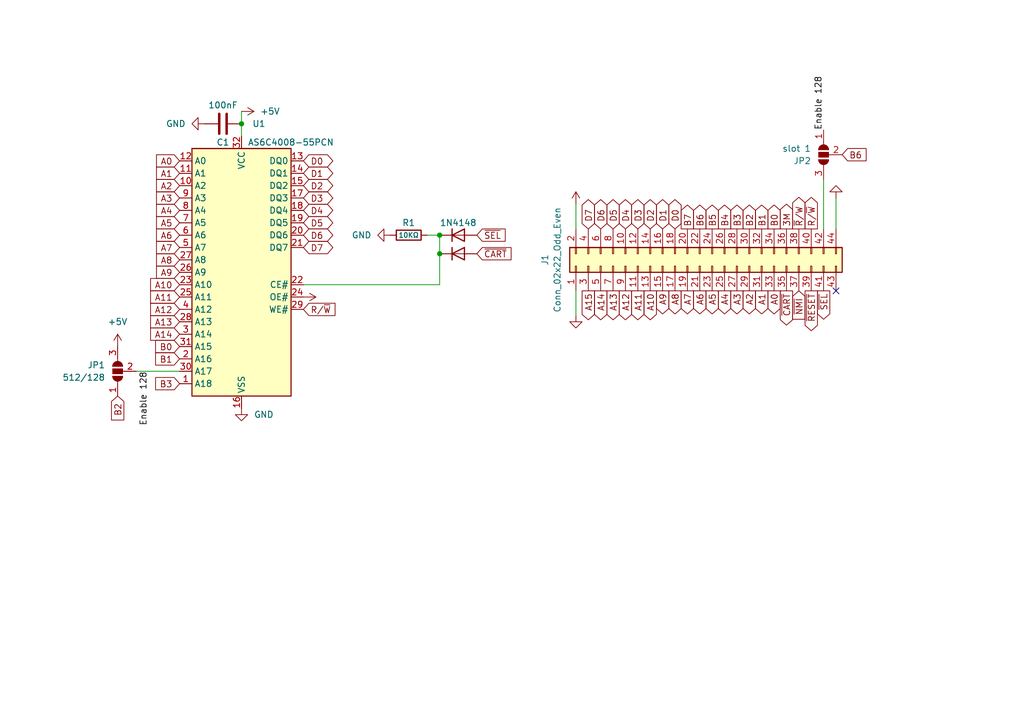
<source format=kicad_sch>
(kicad_sch (version 20230121) (generator eeschema)
  (paper "A5")
  (lib_symbols
    (symbol "Connector_Generic:Conn_02x22_Odd_Even" (pin_names (offset 1.016) hide)
      (property "Reference" "J" (at 1.27 27.94 0))
      (property "Value" "Conn_02x22_Odd_Even" (at 1.27 -30.48 0))
      (symbol "Conn_02x22_Odd_Even_1_1"
        (rectangle (start -1.27 -27.813) (end 0 -28.067) (stroke (width 0.1524)))
        (rectangle (start -1.27 -25.273) (end 0 -25.527) (stroke (width 0.1524)))
        (rectangle (start -1.27 -22.733) (end 0 -22.987) (stroke (width 0.1524)))
        (rectangle (start -1.27 -20.193) (end 0 -20.447) (stroke (width 0.1524)))
        (rectangle (start -1.27 -17.653) (end 0 -17.907) (stroke (width 0.1524)))
        (rectangle (start -1.27 -15.113) (end 0 -15.367) (stroke (width 0.1524)))
        (rectangle (start -1.27 -12.573) (end 0 -12.827) (stroke (width 0.1524)))
        (rectangle (start -1.27 -10.033) (end 0 -10.287) (stroke (width 0.1524)))
        (rectangle (start -1.27 -7.493) (end 0 -7.747) (stroke (width 0.1524)))
        (rectangle (start -1.27 -4.953) (end 0 -5.207) (stroke (width 0.1524)))
        (rectangle (start -1.27 -2.413) (end 0 -2.667) (stroke (width 0.1524)))
        (rectangle (start -1.27 0.127) (end 0 -0.127) (stroke (width 0.1524)))
        (rectangle (start -1.27 2.667) (end 0 2.413) (stroke (width 0.1524)))
        (rectangle (start -1.27 5.207) (end 0 4.953) (stroke (width 0.1524)))
        (rectangle (start -1.27 7.747) (end 0 7.493) (stroke (width 0.1524)))
        (rectangle (start -1.27 10.287) (end 0 10.033) (stroke (width 0.1524)))
        (rectangle (start -1.27 12.827) (end 0 12.573) (stroke (width 0.1524)))
        (rectangle (start -1.27 15.367) (end 0 15.113) (stroke (width 0.1524)))
        (rectangle (start -1.27 17.907) (end 0 17.653) (stroke (width 0.1524)))
        (rectangle (start -1.27 20.447) (end 0 20.193) (stroke (width 0.1524)))
        (rectangle (start -1.27 22.987) (end 0 22.733) (stroke (width 0.1524)))
        (rectangle (start -1.27 25.527) (end 0 25.273) (stroke (width 0.1524)))
        (rectangle (start -1.27 26.67) (end 3.81 -29.21) (stroke (width 0.254)) (fill (type background)))
        (rectangle (start 3.81 -27.813) (end 2.54 -28.067) (stroke (width 0.1524)))
        (rectangle (start 3.81 -25.273) (end 2.54 -25.527) (stroke (width 0.1524)))
        (rectangle (start 3.81 -22.733) (end 2.54 -22.987) (stroke (width 0.1524)))
        (rectangle (start 3.81 -20.193) (end 2.54 -20.447) (stroke (width 0.1524)))
        (rectangle (start 3.81 -17.653) (end 2.54 -17.907) (stroke (width 0.1524)))
        (rectangle (start 3.81 -15.113) (end 2.54 -15.367) (stroke (width 0.1524)))
        (rectangle (start 3.81 -12.573) (end 2.54 -12.827) (stroke (width 0.1524)))
        (rectangle (start 3.81 -10.033) (end 2.54 -10.287) (stroke (width 0.1524)))
        (rectangle (start 3.81 -7.493) (end 2.54 -7.747) (stroke (width 0.1524)))
        (rectangle (start 3.81 -4.953) (end 2.54 -5.207) (stroke (width 0.1524)))
        (rectangle (start 3.81 -2.413) (end 2.54 -2.667) (stroke (width 0.1524)))
        (rectangle (start 3.81 0.127) (end 2.54 -0.127) (stroke (width 0.1524)))
        (rectangle (start 3.81 2.667) (end 2.54 2.413) (stroke (width 0.1524)))
        (rectangle (start 3.81 5.207) (end 2.54 4.953) (stroke (width 0.1524)))
        (rectangle (start 3.81 7.747) (end 2.54 7.493) (stroke (width 0.1524)))
        (rectangle (start 3.81 10.287) (end 2.54 10.033) (stroke (width 0.1524)))
        (rectangle (start 3.81 12.827) (end 2.54 12.573) (stroke (width 0.1524)))
        (rectangle (start 3.81 15.367) (end 2.54 15.113) (stroke (width 0.1524)))
        (rectangle (start 3.81 17.907) (end 2.54 17.653) (stroke (width 0.1524)))
        (rectangle (start 3.81 20.447) (end 2.54 20.193) (stroke (width 0.1524)))
        (rectangle (start 3.81 22.987) (end 2.54 22.733) (stroke (width 0.1524)))
        (rectangle (start 3.81 25.527) (end 2.54 25.273) (stroke (width 0.1524)))
        (pin passive line (at -5.08 25.4 0) (length 3.81) (name "Pin_1") (number "1"))
        (pin passive line (at 7.62 15.24 180) (length 3.81) (name "Pin_10") (number "10"))
        (pin passive line (at -5.08 12.7 0) (length 3.81) (name "Pin_11") (number "11"))
        (pin passive line (at 7.62 12.7 180) (length 3.81) (name "Pin_12") (number "12"))
        (pin passive line (at -5.08 10.16 0) (length 3.81) (name "Pin_13") (number "13"))
        (pin passive line (at 7.62 10.16 180) (length 3.81) (name "Pin_14") (number "14"))
        (pin passive line (at -5.08 7.62 0) (length 3.81) (name "Pin_15") (number "15"))
        (pin passive line (at 7.62 7.62 180) (length 3.81) (name "Pin_16") (number "16"))
        (pin passive line (at -5.08 5.08 0) (length 3.81) (name "Pin_17") (number "17"))
        (pin passive line (at 7.62 5.08 180) (length 3.81) (name "Pin_18") (number "18"))
        (pin passive line (at -5.08 2.54 0) (length 3.81) (name "Pin_19") (number "19"))
        (pin passive line (at 7.62 25.4 180) (length 3.81) (name "Pin_2") (number "2"))
        (pin passive line (at 7.62 2.54 180) (length 3.81) (name "Pin_20") (number "20"))
        (pin passive line (at -5.08 0 0) (length 3.81) (name "Pin_21") (number "21"))
        (pin passive line (at 7.62 0 180) (length 3.81) (name "Pin_22") (number "22"))
        (pin passive line (at -5.08 -2.54 0) (length 3.81) (name "Pin_23") (number "23"))
        (pin passive line (at 7.62 -2.54 180) (length 3.81) (name "Pin_24") (number "24"))
        (pin passive line (at -5.08 -5.08 0) (length 3.81) (name "Pin_25") (number "25"))
        (pin passive line (at 7.62 -5.08 180) (length 3.81) (name "Pin_26") (number "26"))
        (pin passive line (at -5.08 -7.62 0) (length 3.81) (name "Pin_27") (number "27"))
        (pin passive line (at 7.62 -7.62 180) (length 3.81) (name "Pin_28") (number "28"))
        (pin passive line (at -5.08 -10.16 0) (length 3.81) (name "Pin_29") (number "29"))
        (pin passive line (at -5.08 22.86 0) (length 3.81) (name "Pin_3") (number "3"))
        (pin passive line (at 7.62 -10.16 180) (length 3.81) (name "Pin_30") (number "30"))
        (pin passive line (at -5.08 -12.7 0) (length 3.81) (name "Pin_31") (number "31"))
        (pin passive line (at 7.62 -12.7 180) (length 3.81) (name "Pin_32") (number "32"))
        (pin passive line (at -5.08 -15.24 0) (length 3.81) (name "Pin_33") (number "33"))
        (pin passive line (at 7.62 -15.24 180) (length 3.81) (name "Pin_34") (number "34"))
        (pin passive line (at -5.08 -17.78 0) (length 3.81) (name "Pin_35") (number "35"))
        (pin passive line (at 7.62 -17.78 180) (length 3.81) (name "Pin_36") (number "36"))
        (pin passive line (at -5.08 -20.32 0) (length 3.81) (name "Pin_37") (number "37"))
        (pin passive line (at 7.62 -20.32 180) (length 3.81) (name "Pin_38") (number "38"))
        (pin passive line (at -5.08 -22.86 0) (length 3.81) (name "Pin_39") (number "39"))
        (pin passive line (at 7.62 22.86 180) (length 3.81) (name "Pin_4") (number "4"))
        (pin passive line (at 7.62 -22.86 180) (length 3.81) (name "Pin_40") (number "40"))
        (pin passive line (at -5.08 -25.4 0) (length 3.81) (name "Pin_41") (number "41"))
        (pin passive line (at 7.62 -25.4 180) (length 3.81) (name "Pin_42") (number "42"))
        (pin passive line (at -5.08 -27.94 0) (length 3.81) (name "Pin_43") (number "43"))
        (pin passive line (at 7.62 -27.94 180) (length 3.81) (name "Pin_44") (number "44"))
        (pin passive line (at -5.08 20.32 0) (length 3.81) (name "Pin_5") (number "5"))
        (pin passive line (at 7.62 20.32 180) (length 3.81) (name "Pin_6") (number "6"))
        (pin passive line (at -5.08 17.78 0) (length 3.81) (name "Pin_7") (number "7"))
        (pin passive line (at 7.62 17.78 180) (length 3.81) (name "Pin_8") (number "8"))
        (pin passive line (at -5.08 15.24 0) (length 3.81) (name "Pin_9") (number "9"))
      )
    )
    (symbol "Device:C" (pin_numbers hide) (pin_names (offset 0.254))
      (property "Reference" "C" (at 0.635 2.54 0))
      (property "Value" "C" (at 0.635 -2.54 0))
      (symbol "C_0_1"
        (polyline (pts (xy -2.032 -0.762) (xy 2.032 -0.762)) (stroke (width 0.508)))
        (polyline (pts (xy -2.032 0.762) (xy 2.032 0.762)) (stroke (width 0.508)))
      )
      (symbol "C_1_1"
        (pin passive line (at 0 3.81 270) (length 2.794) (name "~") (number "1"))
        (pin passive line (at 0 -3.81 90) (length 2.794) (name "~") (number "2"))
      )
    )
    (symbol "Device:R" (pin_numbers hide) (pin_names (offset 0))
      (property "Reference" "R" (at 2.032 0 90))
      (property "Value" "R" (at 0 0 90))
      (symbol "R_0_1"
        (rectangle (start -1.016 -2.54) (end 1.016 2.54) (stroke (width 0.254)))
      )
      (symbol "R_1_1"
        (pin passive line (at 0 3.81 270) (length 1.27) (name "~") (number "1"))
        (pin passive line (at 0 -3.81 90) (length 1.27) (name "~") (number "2"))
      )
    )
    (symbol "Diode:1N4148" (pin_numbers hide) (pin_names hide)
      (property "Reference" "D" (at 0 2.54 0))
      (property "Value" "1N4148" (at 0 -2.54 0))
      (symbol "1N4148_0_1"
        (polyline (pts (xy -1.27 1.27) (xy -1.27 -1.27)) (stroke (width 0.254)))
        (polyline (pts (xy 1.27 0) (xy -1.27 0)))
        (polyline (pts (xy 1.27 1.27) (xy 1.27 -1.27) (xy -1.27 0) (xy 1.27 1.27)) (stroke (width 0.254)))
      )
      (symbol "1N4148_1_1"
        (pin passive line (at -3.81 0 0) (length 2.54) (name "K") (number "1"))
        (pin passive line (at 3.81 0 180) (length 2.54) (name "A") (number "2"))
      )
    )
    (symbol "Jumper:SolderJumper_3_Open" (pin_names (offset 0) hide)
      (property "Reference" "JP" (at -2.54 -2.54 0))
      (property "Value" "SolderJumper_3_Open" (at 0 2.794 0))
      (symbol "SolderJumper_3_Open_0_1"
        (arc (start -1.016 1.016) (mid -2.0276 0) (end -1.016 -1.016))
        (arc (start -1.016 1.016) (mid -2.0276 0) (end -1.016 -1.016) (fill (type outline)))
        (rectangle (start -0.508 1.016) (end 0.508 -1.016) (fill (type outline)))
        (polyline (pts (xy -2.54 0) (xy -2.032 0)))
        (polyline (pts (xy -1.016 1.016) (xy -1.016 -1.016)))
        (polyline (pts (xy 0 -1.27) (xy 0 -1.016)))
        (polyline (pts (xy 1.016 1.016) (xy 1.016 -1.016)))
        (polyline (pts (xy 2.54 0) (xy 2.032 0)))
        (arc (start 1.016 -1.016) (mid 2.0276 0) (end 1.016 1.016))
        (arc (start 1.016 -1.016) (mid 2.0276 0) (end 1.016 1.016) (fill (type outline)))
      )
      (symbol "SolderJumper_3_Open_1_1"
        (pin passive line (at -5.08 0 0) (length 2.54) (name "A") (number "1"))
        (pin passive line (at 0 -3.81 90) (length 2.54) (name "C") (number "2"))
        (pin passive line (at 5.08 0 180) (length 2.54) (name "B") (number "3"))
      )
    )
    (symbol "Memory_RAM:AS6C4008-55PCN"
      (property "Reference" "U" (at -10.16 26.035 0))
      (property "Value" "AS6C4008-55PCN" (at 2.54 26.035 0))
      (symbol "AS6C4008-55PCN_0_0"
        (pin power_in line (at 0 -27.94 90) (length 2.54) (name "VSS") (number "16"))
        (pin power_in line (at 0 27.94 270) (length 2.54) (name "VCC") (number "32"))
      )
      (symbol "AS6C4008-55PCN_0_1"
        (rectangle (start -10.16 25.4) (end 10.16 -25.4) (stroke (width 0.254)) (fill (type background)))
      )
      (symbol "AS6C4008-55PCN_1_1"
        (pin input line (at -12.7 -22.86 0) (length 2.54) (name "A18") (number "1"))
        (pin input line (at -12.7 17.78 0) (length 2.54) (name "A2") (number "10"))
        (pin input line (at -12.7 20.32 0) (length 2.54) (name "A1") (number "11"))
        (pin input line (at -12.7 22.86 0) (length 2.54) (name "A0") (number "12"))
        (pin tri_state line (at 12.7 22.86 180) (length 2.54) (name "DQ0") (number "13"))
        (pin tri_state line (at 12.7 20.32 180) (length 2.54) (name "DQ1") (number "14"))
        (pin tri_state line (at 12.7 17.78 180) (length 2.54) (name "DQ2") (number "15"))
        (pin tri_state line (at 12.7 15.24 180) (length 2.54) (name "DQ3") (number "17"))
        (pin tri_state line (at 12.7 12.7 180) (length 2.54) (name "DQ4") (number "18"))
        (pin tri_state line (at 12.7 10.16 180) (length 2.54) (name "DQ5") (number "19"))
        (pin input line (at -12.7 -17.78 0) (length 2.54) (name "A16") (number "2"))
        (pin tri_state line (at 12.7 7.62 180) (length 2.54) (name "DQ6") (number "20"))
        (pin tri_state line (at 12.7 5.08 180) (length 2.54) (name "DQ7") (number "21"))
        (pin input line (at 12.7 -2.54 180) (length 2.54) (name "CE#") (number "22"))
        (pin input line (at -12.7 -2.54 0) (length 2.54) (name "A10") (number "23"))
        (pin input line (at 12.7 -5.08 180) (length 2.54) (name "OE#") (number "24"))
        (pin input line (at -12.7 -5.08 0) (length 2.54) (name "A11") (number "25"))
        (pin input line (at -12.7 0 0) (length 2.54) (name "A9") (number "26"))
        (pin input line (at -12.7 2.54 0) (length 2.54) (name "A8") (number "27"))
        (pin input line (at -12.7 -10.16 0) (length 2.54) (name "A13") (number "28"))
        (pin input line (at 12.7 -7.62 180) (length 2.54) (name "WE#") (number "29"))
        (pin input line (at -12.7 -12.7 0) (length 2.54) (name "A14") (number "3"))
        (pin input line (at -12.7 -20.32 0) (length 2.54) (name "A17") (number "30"))
        (pin input line (at -12.7 -15.24 0) (length 2.54) (name "A15") (number "31"))
        (pin input line (at -12.7 -7.62 0) (length 2.54) (name "A12") (number "4"))
        (pin input line (at -12.7 5.08 0) (length 2.54) (name "A7") (number "5"))
        (pin input line (at -12.7 7.62 0) (length 2.54) (name "A6") (number "6"))
        (pin input line (at -12.7 10.16 0) (length 2.54) (name "A5") (number "7"))
        (pin input line (at -12.7 12.7 0) (length 2.54) (name "A4") (number "8"))
        (pin input line (at -12.7 15.24 0) (length 2.54) (name "A3") (number "9"))
      )
    )
    (symbol "power:+5V" (power) (pin_names (offset 0))
      (property "Value" "+5V" (at 0 3.556 0))
      (symbol "+5V_0_1"
        (polyline (pts (xy -0.762 1.27) (xy 0 2.54)))
        (polyline (pts (xy 0 0) (xy 0 2.54)))
        (polyline (pts (xy 0 2.54) (xy 0.762 1.27)))
      )
      (symbol "+5V_1_1"
        (pin power_in line (at 0 0 90) (length 0) hide (name "+5V") (number "1"))
      )
    )
    (symbol "power:GND" (power) (pin_names (offset 0))
      (property "Value" "GND" (at 0 -3.81 0))
      (symbol "GND_0_1"
        (polyline (pts (xy 0 0) (xy 0 -1.27) (xy 1.27 -1.27) (xy 0 -2.54) (xy -1.27 -1.27) (xy 0 -1.27)))
      )
      (symbol "GND_1_1"
        (pin power_in line (at 0 0 270) (length 0) hide (name "GND") (number "1"))
      )
    )
  )
  (junction (at 90.17 48.26))
  (junction (at 90.17 52.07))
  (junction (at 49.53 25.4))
  (no_connect (at 171.45 59.69))
  (wire (pts (xy 168.91 36.83) (xy 168.91 46.99)))
  (wire (pts (xy 118.11 41.91) (xy 118.11 46.99)))
  (wire (pts (xy 49.53 25.4) (xy 49.53 27.94)))
  (wire (pts (xy 90.17 48.26) (xy 90.17 52.07)))
  (wire (pts (xy 27.94 76.2) (xy 36.83 76.2)))
  (wire (pts (xy 87.63 48.26) (xy 90.17 48.26)))
  (wire (pts (xy 62.23 58.42) (xy 90.17 58.42)))
  (wire (pts (xy 171.45 40.64) (xy 171.45 46.99)))
  (wire (pts (xy 90.17 58.42) (xy 90.17 52.07)))
  (wire (pts (xy 118.11 64.77) (xy 118.11 59.69)))
  (wire (pts (xy 49.53 22.86) (xy 49.53 25.4)))
  (label "Enable 128" (at 168.91 26.67 90))
  (label "Enable 128" (at 30.48 76.2 270))
  (global_label "A3" (shape output) (at 151.13 59.69 270) (property "Intersheetrefs" "${INTERSHEET_REFS}" (effects hide)))
  (global_label "A8" (shape input) (at 36.83 53.34 180) (property "Intersheetrefs" "${INTERSHEET_REFS}" (effects hide)))
  (global_label "D0" (shape bidirectional) (at 62.23 33.02 0) (property "Intersheetrefs" "${INTERSHEET_REFS}" (effects hide)))
  (global_label "A11" (shape output) (at 130.81 59.69 270) (property "Intersheetrefs" "${INTERSHEET_REFS}" (effects hide)))
  (global_label "A6" (shape input) (at 36.83 48.26 180) (property "Intersheetrefs" "${INTERSHEET_REFS}" (effects hide)))
  (global_label "D4" (shape bidirectional) (at 62.23 43.18 0) (property "Intersheetrefs" "${INTERSHEET_REFS}" (effects hide)))
  (global_label "A4" (shape output) (at 148.59 59.69 270) (property "Intersheetrefs" "${INTERSHEET_REFS}" (effects hide)))
  (global_label "D2" (shape bidirectional) (at 62.23 38.1 0) (property "Intersheetrefs" "${INTERSHEET_REFS}" (effects hide)))
  (global_label "D1" (shape bidirectional) (at 62.23 35.56 0) (property "Intersheetrefs" "${INTERSHEET_REFS}" (effects hide)))
  (global_label "D3" (shape bidirectional) (at 130.81 46.99 90) (property "Intersheetrefs" "${INTERSHEET_REFS}" (effects hide)))
  (global_label "R{slash}~{W}" (shape output) (at 166.37 46.99 90) (property "Intersheetrefs" "${INTERSHEET_REFS}" (effects hide)))
  (global_label "D4" (shape bidirectional) (at 128.27 46.99 90) (property "Intersheetrefs" "${INTERSHEET_REFS}" (effects hide)))
  (global_label "A7" (shape input) (at 36.83 50.8 180) (property "Intersheetrefs" "${INTERSHEET_REFS}" (effects hide)))
  (global_label "R{slash}~{W}" (shape input) (at 62.23 63.5 0) (property "Intersheetrefs" "${INTERSHEET_REFS}" (effects hide)))
  (global_label "~{CART}" (shape output) (at 161.29 59.69 270) (property "Intersheetrefs" "${INTERSHEET_REFS}" (effects hide)))
  (global_label "A0" (shape input) (at 36.83 33.02 180) (property "Intersheetrefs" "${INTERSHEET_REFS}" (effects hide)))
  (global_label "A4" (shape input) (at 36.83 43.18 180) (property "Intersheetrefs" "${INTERSHEET_REFS}" (effects hide)))
  (global_label "~{R}{slash}W" (shape output) (at 163.83 46.99 90) (property "Intersheetrefs" "${INTERSHEET_REFS}" (effects hide)))
  (global_label "A13" (shape output) (at 125.73 59.69 270) (property "Intersheetrefs" "${INTERSHEET_REFS}" (effects hide)))
  (global_label "A0" (shape output) (at 158.75 59.69 270) (property "Intersheetrefs" "${INTERSHEET_REFS}" (effects hide)))
  (global_label "~{CART}" (shape input) (at 97.79 52.07 0) (property "Intersheetrefs" "${INTERSHEET_REFS}" (effects hide)))
  (global_label "D7" (shape bidirectional) (at 120.65 46.99 90) (property "Intersheetrefs" "${INTERSHEET_REFS}" (effects hide)))
  (global_label "B4" (shape output) (at 148.59 46.99 90) (property "Intersheetrefs" "${INTERSHEET_REFS}" (effects hide)))
  (global_label "A2" (shape output) (at 153.67 59.69 270) (property "Intersheetrefs" "${INTERSHEET_REFS}" (effects hide)))
  (global_label "~{SEL}" (shape output) (at 168.91 59.69 270) (property "Intersheetrefs" "${INTERSHEET_REFS}" (effects hide)))
  (global_label "B0" (shape input) (at 36.83 71.12 180) (property "Intersheetrefs" "${INTERSHEET_REFS}" (effects hide)))
  (global_label "A5" (shape input) (at 36.83 45.72 180) (property "Intersheetrefs" "${INTERSHEET_REFS}" (effects hide)))
  (global_label "B0" (shape output) (at 158.75 46.99 90) (property "Intersheetrefs" "${INTERSHEET_REFS}" (effects hide)))
  (global_label "A6" (shape output) (at 143.51 59.69 270) (property "Intersheetrefs" "${INTERSHEET_REFS}" (effects hide)))
  (global_label "A1" (shape input) (at 36.83 35.56 180) (property "Intersheetrefs" "${INTERSHEET_REFS}" (effects hide)))
  (global_label "D1" (shape bidirectional) (at 135.89 46.99 90) (property "Intersheetrefs" "${INTERSHEET_REFS}" (effects hide)))
  (global_label "B7" (shape output) (at 140.97 46.99 90) (property "Intersheetrefs" "${INTERSHEET_REFS}" (effects hide)))
  (global_label "D3" (shape bidirectional) (at 62.23 40.64 0) (property "Intersheetrefs" "${INTERSHEET_REFS}" (effects hide)))
  (global_label "B6" (shape input) (at 172.72 31.75 0) (property "Intersheetrefs" "${INTERSHEET_REFS}" (effects hide)))
  (global_label "D7" (shape bidirectional) (at 62.23 50.8 0) (property "Intersheetrefs" "${INTERSHEET_REFS}" (effects hide)))
  (global_label "A12" (shape output) (at 128.27 59.69 270) (property "Intersheetrefs" "${INTERSHEET_REFS}" (effects hide)))
  (global_label "A12" (shape input) (at 36.83 63.5 180) (property "Intersheetrefs" "${INTERSHEET_REFS}" (effects hide)))
  (global_label "B2" (shape output) (at 153.67 46.99 90) (property "Intersheetrefs" "${INTERSHEET_REFS}" (effects hide)))
  (global_label "B1" (shape output) (at 156.21 46.99 90) (property "Intersheetrefs" "${INTERSHEET_REFS}" (effects hide)))
  (global_label "D5" (shape bidirectional) (at 62.23 45.72 0) (property "Intersheetrefs" "${INTERSHEET_REFS}" (effects hide)))
  (global_label "A14" (shape input) (at 36.83 68.58 180) (property "Intersheetrefs" "${INTERSHEET_REFS}" (effects hide)))
  (global_label "A15" (shape output) (at 120.65 59.69 270) (property "Intersheetrefs" "${INTERSHEET_REFS}" (effects hide)))
  (global_label "A7" (shape output) (at 140.97 59.69 270) (property "Intersheetrefs" "${INTERSHEET_REFS}" (effects hide)))
  (global_label "B2" (shape input) (at 24.13 81.28 270) (property "Intersheetrefs" "${INTERSHEET_REFS}" (effects hide)))
  (global_label "D2" (shape bidirectional) (at 133.35 46.99 90) (property "Intersheetrefs" "${INTERSHEET_REFS}" (effects hide)))
  (global_label "A8" (shape output) (at 138.43 59.69 270) (property "Intersheetrefs" "${INTERSHEET_REFS}" (effects hide)))
  (global_label "B6" (shape output) (at 143.51 46.99 90) (property "Intersheetrefs" "${INTERSHEET_REFS}" (effects hide)))
  (global_label "A9" (shape output) (at 135.89 59.69 270) (property "Intersheetrefs" "${INTERSHEET_REFS}" (effects hide)))
  (global_label "A1" (shape output) (at 156.21 59.69 270) (property "Intersheetrefs" "${INTERSHEET_REFS}" (effects hide)))
  (global_label "D5" (shape bidirectional) (at 125.73 46.99 90) (property "Intersheetrefs" "${INTERSHEET_REFS}" (effects hide)))
  (global_label "~{RESET}" (shape output) (at 166.37 59.69 270) (property "Intersheetrefs" "${INTERSHEET_REFS}" (effects hide)))
  (global_label "D6" (shape bidirectional) (at 123.19 46.99 90) (property "Intersheetrefs" "${INTERSHEET_REFS}" (effects hide)))
  (global_label "A9" (shape input) (at 36.83 55.88 180) (property "Intersheetrefs" "${INTERSHEET_REFS}" (effects hide)))
  (global_label "~{NMI}" (shape input) (at 163.83 59.69 270) (property "Intersheetrefs" "${INTERSHEET_REFS}" (effects hide)))
  (global_label "A10" (shape output) (at 133.35 59.69 270) (property "Intersheetrefs" "${INTERSHEET_REFS}" (effects hide)))
  (global_label "B3" (shape input) (at 36.83 78.74 180) (property "Intersheetrefs" "${INTERSHEET_REFS}" (effects hide)))
  (global_label "A14" (shape output) (at 123.19 59.69 270) (property "Intersheetrefs" "${INTERSHEET_REFS}" (effects hide)))
  (global_label "D6" (shape bidirectional) (at 62.23 48.26 0) (property "Intersheetrefs" "${INTERSHEET_REFS}" (effects hide)))
  (global_label "A5" (shape output) (at 146.05 59.69 270) (property "Intersheetrefs" "${INTERSHEET_REFS}" (effects hide)))
  (global_label "B1" (shape input) (at 36.83 73.66 180) (property "Intersheetrefs" "${INTERSHEET_REFS}" (effects hide)))
  (global_label "3M" (shape output) (at 161.29 46.99 90) (property "Intersheetrefs" "${INTERSHEET_REFS}" (effects hide)))
  (global_label "A11" (shape input) (at 36.83 60.96 180) (property "Intersheetrefs" "${INTERSHEET_REFS}" (effects hide)))
  (global_label "A10" (shape input) (at 36.83 58.42 180) (property "Intersheetrefs" "${INTERSHEET_REFS}" (effects hide)))
  (global_label "B3" (shape output) (at 151.13 46.99 90) (property "Intersheetrefs" "${INTERSHEET_REFS}" (effects hide)))
  (global_label "B5" (shape output) (at 146.05 46.99 90) (property "Intersheetrefs" "${INTERSHEET_REFS}" (effects hide)))
  (global_label "D0" (shape bidirectional) (at 138.43 46.99 90) (property "Intersheetrefs" "${INTERSHEET_REFS}" (effects hide)))
  (global_label "A13" (shape input) (at 36.83 66.04 180) (property "Intersheetrefs" "${INTERSHEET_REFS}" (effects hide)))
  (global_label "~{SEL}" (shape input) (at 97.79 48.26 0) (property "Intersheetrefs" "${INTERSHEET_REFS}" (effects hide)))
  (global_label "A3" (shape input) (at 36.83 40.64 180) (property "Intersheetrefs" "${INTERSHEET_REFS}" (effects hide)))
  (global_label "A2" (shape input) (at 36.83 38.1 180) (property "Intersheetrefs" "${INTERSHEET_REFS}" (effects hide)))
  (symbol (lib_id "Connector_Generic:Conn_02x22_Odd_Even") (at 143.51 54.61 90) (unit 1)
    (property "Reference" "J1" (at 111.76 53.34 0))
    (property "Value" "Conn_02x22_Odd_Even" (at 114.3 53.34 0))
    (property "Footprint" "Smal:KITTY_Cart_Edge" (effects hide))
  )
  (symbol (lib_id "Device:C") (at 45.72 25.4 90) (unit 1)
    (property "Reference" "C1" (at 45.72 29.21 90))
    (property "Value" "100nF" (at 45.72 21.59 90))
    (property "Footprint" "Capacitor_THT:C_Disc_D3.0mm_W1.6mm_P2.50mm" (effects hide))
  )
  (symbol (lib_id "Jumper:SolderJumper_3_Open") (at 168.91 31.75 90) (mirror x) (unit 1)
    (property "Reference" "JP2" (at 166.37 33.02 90) (effects (justify left)))
    (property "Value" "slot 1" (at 166.37 30.48 90) (effects (justify left)))
    (property "Footprint" "Jumper:SolderJumper-3_P1.3mm_Open_Pad1.0x1.5mm" (effects hide))
  )
  (symbol (lib_id "power:GND") (at 80.01 48.26 270) (unit 1)
    (property "Reference" "#PWR04" (effects hide))
    (property "Value" "GND" (at 76.2 48.26 90) (effects (justify right)))
  )
  (symbol (lib_id "power:GND") (at 171.45 40.64 180) (unit 1)
    (property "Reference" "#PWR07" (effects hide))
    (property "Value" "GND" (effects hide))
  )
  (symbol (lib_id "Diode:1N4148") (at 93.98 52.07 0) (unit 1)
    (property "Reference" "D2" (effects hide))
    (property "Value" "1N4148" (at 93.98 45.72 0))
    (property "Footprint" "Diode_THT:D_DO-35_SOD27_P7.62mm_Horizontal" (effects hide))
    (property "Datasheet" "https://assets.nexperia.com/documents/data-sheet/1N4148_1N4448.pdf" (effects hide))
    (property "Sim.Device" "D" (effects hide))
    (property "Sim.Pins" "1=K 2=A" (effects hide))
  )
  (symbol (lib_id "Device:R") (at 83.82 48.26 90) (unit 1)
    (property "Reference" "R1" (at 83.82 45.72 90))
    (property "Value" "10KΩ" (at 83.82 48.26 90) (effects (font (size 1 1))))
    (property "Footprint" "Resistor_THT:R_Axial_DIN0204_L3.6mm_D1.6mm_P7.62mm_Horizontal" (effects hide))
  )
  (symbol (lib_id "power:GND") (at 41.91 25.4 270) (unit 1)
    (property "Reference" "#PWR01" (effects hide))
    (property "Value" "GND" (at 38.1 25.4 90) (effects (justify right)))
  )
  (symbol (lib_id "power:+5V") (at 62.23 60.96 270) (unit 1)
    (property "Reference" "#PWR09" (effects hide))
    (property "Value" "+5V" (effects hide))
  )
  (symbol (lib_id "power:+5V") (at 49.53 22.86 270) (unit 1)
    (property "Reference" "#PWR02" (effects hide))
    (property "Value" "+5V" (at 53.34 22.86 90) (effects (justify left)))
  )
  (symbol (lib_id "Jumper:SolderJumper_3_Open") (at 24.13 76.2 90) (unit 1)
    (property "Reference" "JP1" (at 21.59 74.93 90) (effects (justify left)))
    (property "Value" "512/128" (at 21.59 77.47 90) (effects (justify left)))
    (property "Footprint" "Jumper:SolderJumper-3_P1.3mm_Open_Pad1.0x1.5mm" (effects hide))
  )
  (symbol (lib_id "power:+5V") (at 24.13 71.12 0) (unit 1)
    (property "Reference" "#PWR010" (effects hide))
    (property "Value" "+5V" (at 24.13 66.04 0))
  )
  (symbol (lib_id "Memory_RAM:AS6C4008-55PCN") (at 49.53 55.88 0) (unit 1)
    (property "Reference" "U1" (at 51.7241 25.4 0) (effects (justify left)))
    (property "Value" "AS6C4008-55PCN" (at 50.8 29.21 0) (effects (justify left)))
    (property "Footprint" "PCM_Package_DIP_AKL:DIP-32_W15.24mm_Socket" (effects hide))
    (property "Datasheet" "https://www.alliancememory.com/wp-content/uploads/pdf/AS6C4008.pdf" (effects hide))
  )
  (symbol (lib_id "power:GND") (at 49.53 83.82 0) (unit 1)
    (property "Reference" "#PWR03" (effects hide))
    (property "Value" "GND" (at 52.07 85.09 0) (effects (justify left)))
  )
  (symbol (lib_id "power:+5V") (at 118.11 41.91 0) (unit 1)
    (property "Reference" "#PWR05" (effects hide))
    (property "Value" "+5V" (effects hide))
  )
  (symbol (lib_id "power:GND") (at 118.11 64.77 0) (unit 1)
    (property "Reference" "#PWR06" (effects hide))
    (property "Value" "GND" (effects hide))
  )
  (symbol (lib_id "Diode:1N4148") (at 93.98 48.26 0) (unit 1)
    (property "Reference" "D1" (effects hide))
    (property "Value" "1N4148" (effects hide))
    (property "Footprint" "Diode_THT:D_DO-35_SOD27_P7.62mm_Horizontal" (effects hide))
    (property "Datasheet" "https://assets.nexperia.com/documents/data-sheet/1N4148_1N4448.pdf" (effects hide))
    (property "Sim.Device" "D" (effects hide))
    (property "Sim.Pins" "1=K 2=A" (effects hide))
  )
)
</source>
